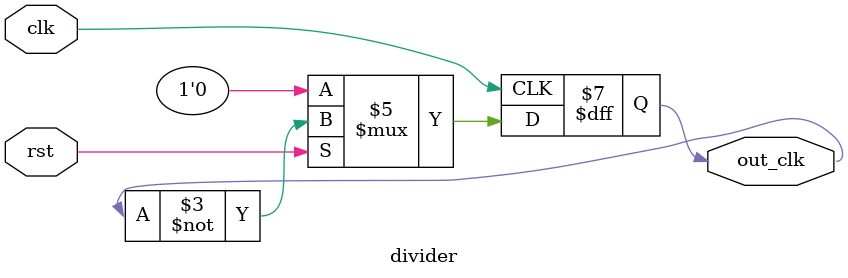
<source format=v>
module divider ( clk ,rst,out_clk );
output reg out_clk;
input clk ;
input rst;
always @(posedge clk)
begin
if (~rst)
     out_clk <= 1'b0;
else
     out_clk <= ~out_clk;	
end
endmodule
</source>
